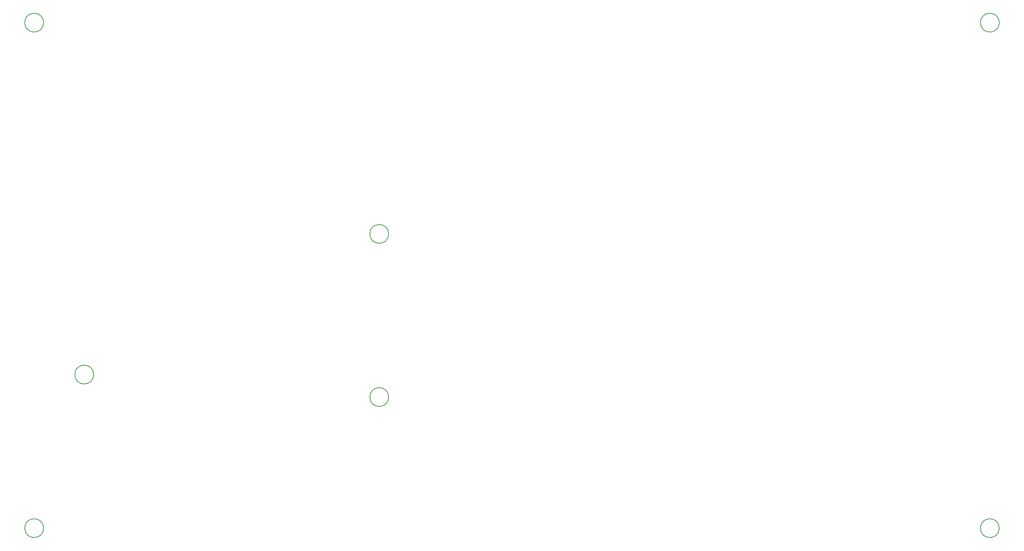
<source format=gbr>
%TF.GenerationSoftware,KiCad,Pcbnew,7.0.5*%
%TF.CreationDate,2023-06-22T07:55:22+00:00*%
%TF.ProjectId,Entry-left,456e7472-792d-46c6-9566-742e6b696361,rev?*%
%TF.SameCoordinates,Original*%
%TF.FileFunction,Other,Comment*%
%FSLAX46Y46*%
G04 Gerber Fmt 4.6, Leading zero omitted, Abs format (unit mm)*
G04 Created by KiCad (PCBNEW 7.0.5) date 2023-06-22 07:55:22*
%MOMM*%
%LPD*%
G01*
G04 APERTURE LIST*
%ADD10C,0.150000*%
G04 APERTURE END LIST*
D10*
%TO.C,REF\u002A\u002A*%
X41250000Y-111100000D02*
G75*
G03*
X41250000Y-111100000I-2200000J0D01*
G01*
X110031750Y-78258750D02*
G75*
G03*
X110031750Y-78258750I-2200000J0D01*
G01*
X110031750Y-116358750D02*
G75*
G03*
X110031750Y-116358750I-2200000J0D01*
G01*
X29569250Y-28910750D02*
G75*
G03*
X29569250Y-28910750I-2200000J0D01*
G01*
X29569250Y-146973750D02*
G75*
G03*
X29569250Y-146973750I-2200000J0D01*
G01*
X252406750Y-146973750D02*
G75*
G03*
X252406750Y-146973750I-2200000J0D01*
G01*
X252406750Y-28910750D02*
G75*
G03*
X252406750Y-28910750I-2200000J0D01*
G01*
%TD*%
M02*

</source>
